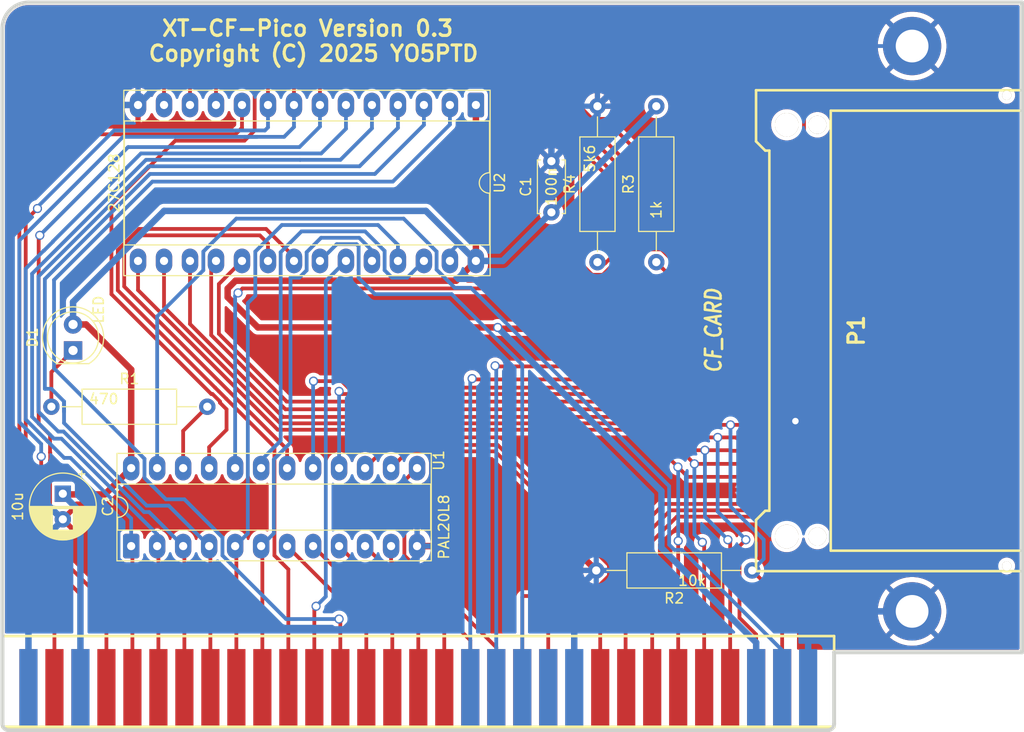
<source format=kicad_pcb>
(kicad_pcb (version 20241229) (generator "pcbnew") (generator_version "9.0")
  (title_block (date "6 apr 2013"))
  (layers (0 "F.Cu" signal "Front") (2 "B.Cu" signal "Back") (13 "F.Paste" user) (15 "B.Paste" user) (5 "F.SilkS" user "F.Silkscreen") (7 "B.SilkS" user "B.Silkscreen") (1 "F.Mask" user) (3 "B.Mask" user) (25 "Edge.Cuts" user))
  (net 0 "")
  (net 1 "/A0")
  (net 2 "/A1")
  (net 3 "/A10")
  (net 4 "/A11")
  (net 5 "/A12")
  (net 6 "/A13")
  (net 7 "/A14")
  (net 8 "/A15")
  (net 9 "/A16")
  (net 10 "/A17")
  (net 11 "/A18")
  (net 12 "/A19")
  (net 13 "/A2")
  (net 14 "/A3")
  (net 15 "/A4")
  (net 16 "/A5")
  (net 17 "/A6")
  (net 18 "/A7")
  (net 19 "/A8")
  (net 20 "/A9")
  (net 21 "/AEN")
  (net 22 "/CF_DMARQ")
  (net 23 "/CF_IORDY")
  (net 24 "/D0")
  (net 25 "/D1")
  (net 26 "/D2")
  (net 27 "/D3")
  (net 28 "/D4")
  (net 29 "/D5")
  (net 30 "/D6")
  (net 31 "/D7")
  (net 32 "/RESETDRV")
  (net 33 "/~{CF_CS0}")
  (net 34 "/~{CF_CS1}")
  (net 35 "/~{CF_DASP}")
  (net 36 "/~{CF_RESET}")
  (net 37 "/~{IOR}")
  (net 38 "/~{IOW}")
  (net 39 "/~{MEMR}")
  (net 40 "/~{MEMW}")
  (net 41 "/~{ROM_CS}")
  (net 42 "GND")
  (net 43 "Net-(D1-K)")
  (net 49 "VCC")
  (net 60 "/ROM_HI")
  (net 61 "Net-(U1-IO22)")
  (footprint "Package_DIP:CERDIP-24_W7.62mm_SideBrazed_LongPads_Socket" (layer "F.Cu") (at 114.18 116.62 90)
    (property "Reference" "U1")
    (property "Value" "PAL20L8")
  )
  (footprint "Capacitor_THT:C_Disc_D5.0mm_W2.5mm_P5.00mm" (layer "F.Cu") (at 155.25 84 90)
    (property "Reference" "C1")
    (property "Value" "100n")
  )
  (footprint "Conn_Bus_ISA8" (layer "F.Cu") (at 142.24 130.4925)
    (property "Reference" "BUS1" (hide yes))
    (property "Value" "BUSPC_DEV" (hide yes))
  )
  (footprint "Resistor_THT:R_Axial_DIN0309_L9.0mm_D3.2mm_P15.24mm_Horizontal" (layer "F.Cu") (at 106.38 103)
    (property "Reference" "R1")
    (property "Value" "470")
  )
  (footprint "Resistor_THT:R_Axial_DIN0309_L9.0mm_D3.2mm_P15.24mm_Horizontal" (layer "F.Cu") (at 165.5 88.87 90)
    (property "Reference" "R3")
    (property "Value" "1k")
  )
  (footprint "Resistor_THT:R_Axial_DIN0309_L9.0mm_D3.2mm_P15.24mm_Horizontal" (layer "F.Cu") (at 159.75 88.87 90)
    (property "Reference" "R4")
    (property "Value" "5k6")
  )
  (footprint "LED_THT:LED_D5.0mm" (layer "F.Cu") (at 108.5 97.5 90)
    (property "Reference" "D1")
    (property "Value" "LED")
  )
  (footprint "Package_DIP:DIP-28_W15.24mm_Socket_LongPads" (layer "F.Cu") (at 147.87 73.51 -90)
    (property "Reference" "U2")
    (property "Value" "27C128")
  )
  (footprint "CF_N7E50-Q516XX-40" (layer "F.Cu") (at 181.2488 95.5675 90)
    (property "Reference" "P1")
    (property "Value" "CF_CARD")
  )
  (footprint "Resistor_THT:R_Axial_DIN0309_L9.0mm_D3.2mm_P15.24mm_Horizontal" (layer "F.Cu") (at 174.87 119 180)
    (property "Reference" "R2")
    (property "Value" "10k")
  )
  (footprint "Capacitor_THT:CP_Radial_D6.3mm_P2.50mm" (layer "F.Cu") (at 107.5 111.5 -90)
    (property "Reference" "C2")
    (property "Value" "10u")
  )
  (footprint "MountingHole:MountingHole_3.2mm_M3_ISO7380_Pad" (layer "F.Cu") (at 190.5 123)
    (property "Reference" "H2" (hide yes))
    (property "Value" "MountingHole_Pad" (hide yes))
  )
  (footprint "MountingHole:MountingHole_3.2mm_M3_ISO7380_Pad" (layer "F.Cu") (at 190.5 67.75)
    (property "Reference" "H1" (hide yes))
    (property "Value" "MountingHole_Pad" (hide yes))
  )
  (gr_line (start 201.25 127) (end 182.88 127) (stroke (width 0.381)) (layer "Edge.Cuts"))
  (gr_arc (start 182.88 133.985) (mid 182.694013 134.434013) (end 182.245 134.62) (stroke (width 0.381)) (layer "Edge.Cuts"))
  (gr_line (start 104.14 63.5) (end 201.25 63.5) (stroke (width 0.381)) (layer "Edge.Cuts"))
  (gr_line (start 102.235 134.62) (end 182.245 134.62) (stroke (width 0.381)) (layer "Edge.Cuts"))
  (gr_line (start 101.6 133.985) (end 101.6 66.04) (stroke (width 0.381)) (layer "Edge.Cuts"))
  (gr_line (start 182.88 133.985) (end 182.88 127) (stroke (width 0.381)) (layer "Edge.Cuts"))
  (gr_arc (start 102.235 134.62) (mid 101.785987 134.434013) (end 101.6 133.985) (stroke (width 0.381)) (layer "Edge.Cuts"))
  (gr_arc (start 101.6 66.04) (mid 102.343949 64.243949) (end 104.14 63.5) (stroke (width 0.381)) (layer "Edge.Cuts"))
  (gr_line (start 201.25 127) (end 201.25 63.5) (stroke (width 0.381)) (layer "Edge.Cuts"))
  (gr_text "XT-CF-Pico Version 0.3 \nCopyright (C) 2025 YO5PTD" (at 132 67.25 0) (layer "F.SilkS") (effects (font (size 1.524 1.524) (thickness 0.3048))))
  (segment (start 125.01 75.74) (end 124.3733 76.3767) (width 0.3683) (layer "F.Cu") (net 1))
  (segment (start 125.01 73.51) (end 125.01 75.74) (width 0.3683) (layer "F.Cu") (net 1))
  (segment (start 104.14 119.64) (end 104.14 130.4925) (width 0.3683) (layer "F.Cu") (net 1))
  (segment (start 103.25 118.75) (end 104.14 119.64) (width 0.3683) (layer "F.Cu") (net 1))
  (segment (start 124.3733 76.3767) (end 110.6233 76.3767) (width 0.3683) (layer "F.Cu") (net 1))
  (segment (start 110.6233 76.3767) (end 103.25 83.75) (width 0.3683) (layer "F.Cu") (net 1))
  (segment (start 103.25 83.75) (end 103.25 118.75) (width 0.3683) (layer "F.Cu") (net 1))
  (segment (start 106.68 120.3067) (end 103.8733 117.5) (width 0.3683) (layer "F.Cu") (net 2))
  (segment (start 103.8733 117.5) (end 103.8733 84.778647) (width 0.3683) (layer "F.Cu") (net 2))
  (segment (start 106.68 130.4925) (end 106.68 120.3067) (width 0.3683) (layer "F.Cu") (net 2))
  (segment (start 168.1251 86.995) (end 175.49824 86.995) (width 0.3683) (layer "F.Cu") (net 2))
  (segment (start 127.55 73.51) (end 127.55 71.45) (width 0.3683) (layer "F.Cu") (net 2))
  (segment (start 128.75 70.25) (end 151.3801 70.25) (width 0.3683) (layer "F.Cu") (net 2))
  (segment (start 151.3801 70.25) (end 168.1251 86.995) (width 0.3683) (layer "F.Cu") (net 2))
  (segment (start 127.55 71.45) (end 128.75 70.25) (width 0.3683) (layer "F.Cu") (net 2))
  (segment (start 103.8733 84.778647) (end 105.02265 83.629297) (width 0.3683) (layer "F.Cu") (net 2))
  (via (at 105.02265 83.629297) (size 0.889) (drill 0.635) (layers "F.Cu" "B.Cu") (net 2))
  (segment (start 127.25 76) (end 127.55 75.7) (width 0.3683) (layer "B.Cu") (net 2))
  (segment (start 112.5 76) (end 127.25 76) (width 0.3683) (layer "B.Cu") (net 2))
  (segment (start 105.02265 83.629297) (end 105.02265 83.47735) (width 0.3683) (layer "B.Cu") (net 2))
  (segment (start 127.55 75.7) (end 127.55 73.51) (width 0.3683) (layer "B.Cu") (net 2))
  (segment (start 105.02265 83.47735) (end 112.5 76) (width 0.3683) (layer "B.Cu") (net 2))
  (segment (start 127.3667 85.6267) (end 114.939397 85.6267) (width 0.3683) (layer "F.Cu") (net 3))
  (segment (start 123.48245 102.228547) (end 122.756573 101.502671) (width 0.3683) (layer "F.Cu") (net 3))
  (segment (start 114.939397 85.6267) (end 112.875 87.691097) (width 0.3683) (layer "F.Cu") (net 3))
  (segment (start 112.875 91.625) (end 122.38755 101.13755) (width 0.3683) (layer "F.Cu") (net 3))
  (segment (start 122.756573 101.502671) (end 122.391452 101.13755) (width 0.3683) (layer "F.Cu") (net 3))
  (segment (start 130.09 88.75) (end 130.09 88.35) (width 0.3683) (layer "F.Cu") (net 3))
  (segment (start 128.18085 117.533273) (end 128.18085 106.93085) (width 0.3683) (layer "F.Cu") (net 3))
  (segment (start 128.18085 106.93085) (end 123.48245 102.23245) (width 0.3683) (layer "F.Cu") (net 3))
  (segment (start 122.38755 101.13755) (end 122.391452 101.13755) (width 0.3683) (layer "F.Cu") (net 3))
  (segment (start 130.09 88.35) (end 127.3667 85.6267) (width 0.3683) (layer "F.Cu") (net 3))
  (segment (start 122.391452 101.13755) (end 122.391453 101.13755) (width 0.3683) (layer "F.Cu") (net 3))
  (segment (start 123.48245 102.228548) (end 123.48245 102.228547) (width 0.3683) (layer "F.Cu") (net 3))
  (segment (start 112.875 87.691097) (end 112.875 91.625) (width 0.3683) (layer "F.Cu") (net 3))
  (segment (start 129.54 130.4925) (end 129.54 118.892423) (width 0.3683) (layer "F.Cu") (net 3))
  (segment (start 129.54 118.892423) (end 128.18085 117.533273) (width 0.3683) (layer "F.Cu") (net 3))
  (segment (start 123.48245 102.23245) (end 123.48245 102.228548) (width 0.3683) (layer "F.Cu") (net 3))
  (segment (start 132.08 122.67) (end 132.25 122.5) (width 0.3683) (layer "F.Cu") (net 4))
  (segment (start 132.08 130.4925) (end 132.08 122.67) (width 0.3683) (layer "F.Cu") (net 4))
  (via (at 132.25 122.5) (size 0.889) (drill 0.635) (layers "F.Cu" "B.Cu") (net 4))
  (segment (start 133.19915 90.72085) (end 135.17 88.75) (width 0.3683) (layer "B.Cu") (net 4))
  (segment (start 132.25 122.5) (end 133.19915 121.55085) (width 0.3683) (layer "B.Cu") (net 4))
  (segment (start 133.19915 121.55085) (end 133.19915 90.72085) (width 0.3683) (layer "B.Cu") (net 4))
  (segment (start 134.62 130.4925) (end 134.62 123.87) (width 0.3683) (layer "F.Cu") (net 5))
  (segment (start 134.62 123.87) (end 134.5 123.75) (width 0.3683) (layer "F.Cu") (net 5))
  (via (at 134.5 123.75) (size 0.889) (drill 0.635) (layers "F.Cu" "B.Cu") (net 5))
  (segment (start 123.10085 115.768427) (end 123.10085 117.533273) (width 0.3683) (layer "B.Cu") (net 5))
  (segment (start 106.640603 99.24648) (end 115.48085 108.086727) (width 0.3683) (layer "B.Cu") (net 5))
  (segment (start 123.10085 117.533273) (end 129.317577 123.75) (width 0.3683) (layer "B.Cu") (net 5))
  (segment (start 139.75 81) (end 116.25 81) (width 0.3683) (layer "B.Cu") (net 5))
  (segment (start 129.317577 123.75) (end 134.5 123.75) (width 0.3683) (layer "B.Cu") (net 5))
  (segment (start 117.567577 112.04585) (end 119.378273 112.04585) (width 0.3683) (layer "B.Cu") (net 5))
  (segment (start 115.48085 108.086727) (end 115.48085 109.959123) (width 0.3683) (layer "B.Cu") (net 5))
  (segment (start 106.640603 90.609397) (end 106.640603 99.24648) (width 0.3683) (layer "B.Cu") (net 5))
  (segment (start 115.48085 109.959123) (end 117.567577 112.04585) (width 0.3683) (layer "B.Cu") (net 5))
  (segment (start 116.25 81) (end 106.640603 90.609397) (width 0.3683) (layer "B.Cu") (net 5))
  (segment (start 119.378273 112.04585) (end 123.10085 115.768427) (width 0.3683) (layer "B.Cu") (net 5))
  (segment (start 145.33 73.51) (end 145.33 75.42) (width 0.3683) (layer "B.Cu") (net 5))
  (segment (start 145.33 75.42) (end 139.75 81) (width 0.3683) (layer "B.Cu") (net 5))
  (segment (start 137.16 124.36) (end 137.16 130.4925) (width 0.3683) (layer "F.Cu") (net 6))
  (segment (start 129.42 116.62) (end 137.16 124.36) (width 0.3683) (layer "F.Cu") (net 6))
  (segment (start 131.96 116.62) (end 139.7 124.36) (width 0.3683) (layer "F.Cu") (net 7))
  (segment (start 139.7 124.36) (end 139.7 130.4925) (width 0.3683) (layer "F.Cu") (net 7))
  (segment (start 142.24 124.36) (end 142.24 130.4925) (width 0.3683) (layer "F.Cu") (net 8))
  (segment (start 134.5 116.62) (end 142.24 124.36) (width 0.3683) (layer "F.Cu") (net 8))
  (segment (start 137.04 116.62) (end 144.78 124.36) (width 0.3683) (layer "F.Cu") (net 9))
  (segment (start 144.78 124.36) (end 144.78 130.4925) (width 0.3683) (layer "F.Cu") (net 9))
  (segment (start 147.32 125.82) (end 147.32 130.4925) (width 0.3683) (layer "F.Cu") (net 10))
  (segment (start 139.58 116.62) (end 139.58 118.08) (width 0.3683) (layer "F.Cu") (net 10))
  (segment (start 139.58 118.08) (end 147.32 125.82) (width 0.3683) (layer "F.Cu") (net 10))
  (segment (start 140.88085 117.533273) (end 149.86 126.512423) (width 0.3683) (layer "F.Cu") (net 11))
  (segment (start 140.88085 110.23915) (end 140.88085 117.533273) (width 0.3683) (layer "F.Cu") (net 11))
  (segment (start 142.12 109) (end 140.88085 110.23915) (width 0.3683) (layer "F.Cu") (net 11))
  (segment (start 149.86 126.512423) (end 149.86 130.4925) (width 0.3683) (layer "F.Cu") (net 11))
  (segment (start 152.4 121.6) (end 152.4 130.4925) (width 0.3683) (layer "F.Cu") (net 12))
  (segment (start 152.5 121.5) (end 152.4 121.6) (width 0.3683) (layer "F.Cu") (net 12))
  (segment (start 141.21915 107.36085) (end 149.743273 107.36085) (width 0.3683) (layer "F.Cu") (net 12))
  (segment (start 149.743273 107.36085) (end 160.86915 118.486727) (width 0.3683) (layer "F.Cu") (net 12))
  (segment (start 158.882423 121.5) (end 152.5 121.5) (width 0.3683) (layer "F.Cu") (net 12))
  (segment (start 160.86915 119.513273) (end 158.882423 121.5) (width 0.3683) (layer "F.Cu") (net 12))
  (segment (start 139.58 109) (end 141.21915 107.36085) (width 0.3683) (layer "F.Cu") (net 12))
  (segment (start 160.86915 118.486727) (end 160.86915 119.513273) (width 0.3683) (layer "F.Cu") (net 12))
  (segment (start 105.3866 107.8634) (end 105.3866 117.5) (width 0.3683) (layer "F.Cu") (net 13))
  (segment (start 168.51362 88.265) (end 151.12192 70.8733) (width 0.3683) (layer "F.Cu") (net 13))
  (segment (start 109.22 130.4925) (end 109.22 121.3334) (width 0.3683) (layer "F.Cu") (net 13))
  (segment (start 130.09 73.51) (end 130.09 70.8733) (width 0.3683) (layer "F.Cu") (net 13))
  (segment (start 175.49824 88.265) (end 168.51362 88.265) (width 0.3683) (layer "F.Cu") (net 13))
  (segment (start 151.12192 70.8733) (end 149.75 70.8733) (width 0.3683) (layer "F.Cu") (net 13))
  (segment (start 149.75 70.8733) (end 150.1233 70.8733) (width 0.3683) (layer "F.Cu") (net 13))
  (segment (start 109.22 121.3334) (end 105.3866 117.5) (width 0.3683) (layer "F.Cu") (net 13))
  (segment (start 130.09 70.8733) (end 149.75 70.8733) (width 0.3683) (layer "F.Cu") (net 13))
  (via (at 105.3866 107.8634) (size 0.889) (drill 0.635) (layers "F.Cu" "B.Cu") (net 13))
  (segment (start 129.1267 76.6233) (end 125.25 76.6233) (width 0.3683) (layer "B.Cu") (net 13))
  (segment (start 125.25 76.6233) (end 126.50818 76.6233) (width 0.3683) (layer "B.Cu") (net 13))
  (segment (start 105.3866 107.8634) (end 105.3866 106.6366) (width 0.3683) (layer "B.Cu") (net 13))
  (segment (start 103.25 104.5) (end 103.25 86.75) (width 0.3683) (layer "B.Cu") (net 13))
  (segment (start 105.3866 106.6366) (end 103.25 104.5) (width 0.3683) (layer "B.Cu") (net 13))
  (segment (start 130.09 75.66) (end 129.1267 76.6233) (width 0.3683) (layer "B.Cu") (net 13))
  (segment (start 113.3767 76.6233) (end 125.25 76.6233) (width 0.3683) (layer "B.Cu") (net 13))
  (segment (start 130.09 73.51) (end 130.09 75.66) (width 0.3683) (layer "B.Cu") (net 13))
  (segment (start 103.25 86.75) (end 113.3767 76.6233) (width 0.3683) (layer "B.Cu") (net 13))
  (segment (start 105.14085 86.35915) (end 105.25 86.25) (width 0.3683) (layer "F.Cu") (net 14))
  (segment (start 111.76 130.4925) (end 111.76 122.26) (width 0.3683) (layer "F.Cu") (net 14))
  (segment (start 132.63 73.51) (end 132.63 71.62) (width 0.3683) (layer "F.Cu") (net 14))
  (segment (start 166.005723 87.6233) (end 167.917423 89.535) (width 0.3683) (layer "F.Cu") (net 14))
  (segment (start 132.7534 71.4966) (end 150.86374 71.4966) (width 0.3683) (layer "F.Cu") (net 14))
  (segment (start 160.263273 90.10915) (end 162.749123 87.6233) (width 0.3683) (layer "F.Cu") (net 14))
  (segment (start 106.27025 108.22942) (end 106.27025 107.49738) (width 0.3683) (layer "F.Cu") (net 14))
  (segment (start 167.917423 89.535) (end 175.49824 89.535) (width 0.3683) (layer "F.Cu") (net 14))
  (segment (start 158.05857 88.930993) (end 159.236727 90.10915) (width 0.3683) (layer "F.Cu") (net 14))
  (segment (start 111.76 122.26) (end 106.25 116.75) (width 0.3683) (layer "F.Cu") (net 14))
  (segment (start 158.05857 78.69143) (end 158.05857 88.930993) (width 0.3683) (layer "F.Cu") (net 14))
  (segment (start 162.749123 87.6233) (end 166.005723 87.6233) (width 0.3683) (layer "F.Cu") (net 14))
  (segment (start 106.25 105.75) (end 105.14085 104.64085) (width 0.3683) (layer "F.Cu") (net 14))
  (segment (start 105.14085 104.64085) (end 105.14085 86.35915) (width 0.3683) (layer "F.Cu") (net 14))
  (segment (start 159.236727 90.10915) (end 160.263273 90.10915) (width 0.3683) (layer "F.Cu") (net 14))
  (segment (start 106.25 116.75) (end 106.25 108.24967) (width 0.3683) (layer "F.Cu") (net 14))
  (segment (start 132.63 71.62) (end 132.7534 71.4966) (width 0.3683) (layer "F.Cu") (net 14))
  (segment (start 106.25 108.24967) (end 106.27025 108.22942) (width 0.3683) (layer "F.Cu") (net 14))
  (segment (start 150.86374 71.4966) (end 158.05857 78.69143) (width 0.3683) (layer "F.Cu") (net 14))
  (segment (start 106.25 107.47713) (end 106.25 105.75) (width 0.3683) (layer "F.Cu") (net 14))
  (segment (start 106.27025 107.49738) (end 106.25 107.47713) (width 0.3683) (layer "F.Cu") (net 14))
  (via (at 105.25 86.25) (size 0.889) (drill 0.635) (layers "F.Cu" "B.Cu") (net 14))
  (segment (start 132.63 73.51) (end 132.63 75.62) (width 0.3683) (layer "B.Cu") (net 14))
  (segment (start 113.8767 77.6233) (end 105.25 86.25) (width 0.3683) (layer "B.Cu") (net 14))
  (segment (start 132.63 75.62) (end 130.6267 77.6233) (width 0.3683) (layer "B.Cu") (net 14))
  (segment (start 130.6267 77.6233) (end 113.8767 77.6233) (width 0.3683) (layer "B.Cu") (net 14))
  (segment (start 114.3 130.4925) (end 114.3 116.74) (width 0.3683) (layer "F.Cu") (net 15))
  (segment (start 114.3 116.74) (end 114.18 116.62) (width 0.3683) (layer "F.Cu") (net 15))
  (segment (start 106.0099 106.37842) (end 106.0099 106.378421) (width 0.3683) (layer "B.Cu") (net 15))
  (segment (start 135.17 75.83) (end 135.17 73.51) (width 0.3683) (layer "B.Cu") (net 15))
  (segment (start 114.18 116.62) (end 114.18 113.93) (width 0.3683) (layer "B.Cu") (net 15))
  (segment (start 108.25 108) (end 107.63148 108) (width 0.3683) (layer "B.Cu") (net 15))
  (segment (start 106.5296 86.8742) (end 106.5296 86.85188) (width 0.3683) (layer "B.Cu") (net 15))
  (segment (start 103.8733 89.50818) (end 105.62453 87.75695) (width 0.3683) (layer "B.Cu") (net 15))
  (segment (start 114.18 113.93) (end 108.25 108) (width 0.3683) (layer "B.Cu") (net 15))
  (segment (start 115.13488 78.2466) (end 132.7534 78.2466) (width 0.3683) (layer "B.Cu") (net 15))
  (segment (start 106.0099 106.37842) (end 105.644779 106.0133) (width 0.3683) (layer "B.Cu") (net 15))
  (segment (start 132.7534 78.2466) (end 135.17 75.83) (width 0.3683) (layer "B.Cu") (net 15))
  (segment (start 106.5296 86.85188) (end 115.13488 78.2466) (width 0.3683) (layer "B.Cu") (net 15))
  (segment (start 107.63148 108) (end 106.0099 106.37842) (width 0.3683) (layer "B.Cu") (net 15))
  (segment (start 105.64685 87.75695) (end 106.5296 86.8742) (width 0.3683) (layer "B.Cu") (net 15))
  (segment (start 105.644779 106.0133) (end 103.8733 104.24182) (width 0.3683) (layer "B.Cu") (net 15))
  (segment (start 103.8733 104.24182) (end 103.8733 89.50818) (width 0.3683) (layer "B.Cu") (net 15))
  (segment (start 105.62453 87.75695) (end 105.64685 87.75695) (width 0.3683) (layer "B.Cu") (net 15))
  (segment (start 116.84 116.74) (end 116.72 116.62) (width 0.3683) (layer "F.Cu") (net 16))
  (segment (start 116.72 116.62) (end 116.72 115.47) (width 0.3683) (layer "F.Cu") (net 16))
  (segment (start 116.84 130.4925) (end 116.84 116.74) (width 0.3683) (layer "F.Cu") (net 16))
  (segment (start 104.4966 90.0034) (end 104.4966 103.98364) (width 0.3683) (layer "B.Cu") (net 16))
  (segment (start 137.71 75.79) (end 134.6301 78.8699) (width 0.3683) (layer "B.Cu") (net 16))
  (segment (start 137.71 73.51) (end 137.71 75.79) (width 0.3683) (layer "B.Cu") (net 16))
  (segment (start 130.691579 78.8699) (end 115.6301 78.8699) (width 0.3683) (layer "B.Cu") (net 16))
  (segment (start 107.370241 106.120241) (end 116.72 115.47) (width 0.3683) (layer "B.Cu") (net 16))
  (segment (start 116.72 115.47) (end 116.72 116.62) (width 0.3683) (layer "B.Cu") (net 16))
  (segment (start 104.4966 103.98364) (end 106.6332 106.120241) (width 0.3683) (layer "B.Cu") (net 16))
  (segment (start 106.6332 106.120241) (end 107.370241 106.120241) (width 0.3683) (layer "B.Cu") (net 16))
  (segment (start 116.62 116.62) (end 116.72 116.62) (width 0.3683) (layer "B.Cu") (net 16))
  (segment (start 130.691579 78.8699) (end 130.69158 78.8699) (width 0.3683) (layer "B.Cu") (net 16))
  (segment (start 134.6301 78.8699) (end 130.691579 78.8699) (width 0.3683) (layer "B.Cu") (net 16))
  (segment (start 115.6301 78.8699) (end 104.4966 90.0034) (width 0.3683) (layer "B.Cu") (net 16))
  (segment (start 119.38 116.74) (end 119.26 116.62) (width 0.3683) (layer "F.Cu") (net 17))
  (segment (start 119.38 130.4925) (end 119.38 116.74) (width 0.3683) (layer "F.Cu") (net 17))
  (segment (start 105.1199 101.508179) (end 105.1199 90.26158) (width 0.3683) (layer "B.Cu") (net 17))
  (segment (start 105.866727 104.23915) (end 105.14085 103.513273) (width 0.3683) (layer "B.Cu") (net 17))
  (segment (start 107.573049 105.426951) (end 107.054528 105.426951) (width 0.3683) (layer "B.Cu") (net 17))
  (segment (start 115.88148 79.5) (end 136.5 79.5) (width 0.3683) (layer "B.Cu") (net 17))
  (segment (start 107.054528 105.426951) (end 105.1199 103.492323) (width 0.3683) (layer "B.Cu") (net 17))
  (segment (start 136.5 79.5) (end 140.25 75.75) (width 0.3683) (layer "B.Cu") (net 17))
  (segment (start 105.1199 90.26158) (end 115.88148 79.5) (width 0.3683) (layer "B.Cu") (net 17))
  (segment (start 115.93245 113.29245) (end 115.438547 113.29245) (width 0.3683) (layer "B.Cu") (net 17))
  (segment (start 119.26 116.62) (end 115.93245 113.29245) (width 0.3683) (layer "B.Cu") (net 17))
  (segment (start 115.438547 113.29245) (end 107.573049 105.426951) (width 0.3683) (layer "B.Cu") (net 17))
  (segment (start 105.1199 103.492323) (end 105.1199 101.508179) (width 0.3683) (layer "B.Cu") (net 17))
  (segment (start 105.1199 102.867477) (end 105.1199 101.508179) (width 0.3683) (layer "B.Cu") (net 17))
  (segment (start 140.25 75.75) (end 140.25 73.51) (width 0.3683) (layer "B.Cu") (net 17))
  (segment (start 121.92 116.74) (end 121.8 116.62) (width 0.3683) (layer "F.Cu") (net 18))
  (segment (start 121.92 130.4925) (end 121.92 116.74) (width 0.3683) (layer "F.Cu") (net 18))
  (segment (start 107.61915 104.591573) (end 107.61915 102.486727) (width 0.3683) (layer "B.Cu") (net 18))
  (segment (start 115.696727 112.66915) (end 107.61915 104.591573) (width 0.3683) (layer "B.Cu") (net 18))
  (segment (start 107.61915 103.513273) (end 107.61915 102.486727) (width 0.3683) (layer "B.Cu") (net 18))
  (segment (start 107.61915 102.486727) (end 106.382423 101.25) (width 0.3683) (layer "B.Cu") (net 18))
  (segment (start 117.84915 112.66915) (end 115.696727 112.66915) (width 0.3683) (layer "B.Cu") (net 18))
  (segment (start 105.7432 101.25) (end 105.7432 90.51976) (width 0.3683) (layer "B.Cu") (net 18))
  (segment (start 105.7432 90.51976) (end 116.01296 80.25) (width 0.3683) (layer "B.Cu") (net 18))
  (segment (start 142.79 75.46) (end 142.79 73.51) (width 0.3683) (layer "B.Cu") (net 18))
  (segment (start 106.382423 101.25) (end 105.7432 101.25) (width 0.3683) (layer "B.Cu") (net 18))
  (segment (start 121.8 116.62) (end 117.84915 112.66915) (width 0.3683) (layer "B.Cu") (net 18))
  (segment (start 138 80.25) (end 142.79 75.46) (width 0.3683) (layer "B.Cu") (net 18))
  (segment (start 116.01296 80.25) (end 138 80.25) (width 0.3683) (layer "B.Cu") (net 18))
  (segment (start 124.46 116.74) (end 124.34 116.62) (width 0.3683) (layer "F.Cu") (net 19))
  (segment (start 124.46 130.4925) (end 124.46 116.74) (width 0.3683) (layer "F.Cu") (net 19))
  (segment (start 126.31085 92.141573) (end 125.57915 92.873273) (width 0.3683) (layer "B.Cu") (net 19))
  (segment (start 140.25 87.1817) (end 138.30925 85.24095) (width 0.3683) (layer "B.Cu") (net 19))
  (segment (start 125.57915 92.873273) (end 125.57915 115.38085) (width 0.3683) (layer "B.Cu") (net 19))
  (segment (start 140.25 88.75) (end 140.25 87.1817) (width 0.3683) (layer "B.Cu") (net 19))
  (segment (start 138.30925 85.24095) (end 128.906627 85.24095) (width 0.3683) (layer "B.Cu") (net 19))
  (segment (start 128.906627 85.24095) (end 126.31085 87.836727) (width 0.3683) (layer "B.Cu") (net 19))
  (segment (start 126.31085 87.836727) (end 126.31085 92.141573) (width 0.3683) (layer "B.Cu") (net 19))
  (segment (start 125.57915 115.38085) (end 124.34 116.62) (width 0.3683) (layer "B.Cu") (net 19))
  (segment (start 127 116.74) (end 126.88 116.62) (width 0.3683) (layer "F.Cu") (net 20))
  (segment (start 127 130.4925) (end 127 116.74) (width 0.3683) (layer "F.Cu") (net 20))
  (segment (start 129.75 106.517577) (end 128.11915 108.148427) (width 0.3683) (layer "B.Cu") (net 20))
  (segment (start 131.32915 89.663274) (end 130.603273 90.38915) (width 0.3683) (layer "B.Cu") (net 20))
  (segment (start 131.32915 87.898427) (end 131.32915 89.663274) (width 0.3683) (layer "B.Cu") (net 20))
  (segment (start 137.71 87.731922) (end 136.465628 86.48755) (width 0.3683) (layer "B.Cu") (net 20))
  (segment (start 128.11915 108.148427) (end 128.11915 115.38085) (width 0.3683) (layer "B.Cu") (net 20))
  (segment (start 129.75 90.38915) (end 129.75 106.517577) (width 0.3683) (layer "B.Cu") (net 20))
  (segment (start 128.11915 115.38085) (end 126.88 116.62) (width 0.3683) (layer "B.Cu") (net 20))
  (segment (start 137.71 88.75) (end 137.71 87.731922) (width 0.3683) (layer "B.Cu") (net 20))
  (segment (start 130.603273 90.38915) (end 129.75 90.38915) (width 0.3683) (layer "B.Cu") (net 20))
  (segment (start 132.740027 86.48755) (end 131.32915 87.898427) (width 0.3683) (layer "B.Cu") (net 20))
  (segment (start 136.465628 86.48755) (end 132.740027 86.48755) (width 0.3683) (layer "B.Cu") (net 20))
  (segment (start 139.30245 106.73755) (end 150.001453 106.73755) (width 0.3683) (layer "F.Cu") (net 21))
  (segment (start 150.001453 106.73755) (end 161.49245 118.228548) (width 0.3683) (layer "F.Cu") (net 21))
  (segment (start 155 122.75) (end 155 123.5) (width 0.3683) (layer "F.Cu") (net 21))
  (segment (start 161.49245 118.228548) (end 161.49245 121.56005) (width 0.3683) (layer "F.Cu") (net 21))
  (segment (start 137.04 109) (end 139.30245 106.73755) (width 0.3683) (layer "F.Cu") (net 21))
  (segment (start 154.94 123.56) (end 154.94 130.4925) (width 0.3683) (layer "F.Cu") (net 21))
  (segment (start 160.3025 122.75) (end 155 122.75) (width 0.3683) (layer "F.Cu") (net 21))
  (segment (start 161.49245 121.56005) (end 160.3025 122.75) (width 0.3683) (layer "F.Cu") (net 21))
  (segment (start 155 123.5) (end 154.94 123.56) (width 0.3683) (layer "F.Cu") (net 21))
  (segment (start 173.31438 88.9) (end 175.49824 88.9) (width 0.3683) (layer "F.Cu") (net 22))
  (segment (start 159.88 89) (end 160.490943 89) (width 0.3683) (layer "F.Cu") (net 22))
  (segment (start 173.30903 88.90535) (end 173.31438 88.9) (width 0.3683) (layer "F.Cu") (net 22))
  (segment (start 173.30268 88.9117) (end 173.30903 88.90535) (width 0.3683) (layer "F.Cu") (net 22))
  (segment (start 166.629023 87.365121) (end 168.175603 88.9117) (width 0.3683) (layer "F.Cu") (net 22))
  (segment (start 159.75 88.87) (end 159.88 89) (width 0.3683) (layer "F.Cu") (net 22))
  (segment (start 162.490944 87) (end 163.007303 87) (width 0.3683) (layer "F.Cu") (net 22))
  (segment (start 168.175603 88.9117) (end 173.30268 88.9117) (width 0.3683) (layer "F.Cu") (net 22))
  (segment (start 166.263903 87) (end 166.629023 87.365121) (width 0.3683) (layer "F.Cu") (net 22))
  (segment (start 162.490944 87) (end 162.490943 87) (width 0.3683) (layer "F.Cu") (net 22))
  (segment (start 165.747543 87) (end 166.263902 87) (width 0.3683) (layer "F.Cu") (net 22))
  (segment (start 163.007303 87) (end 165.747543 87) (width 0.3683) (layer "F.Cu") (net 22))
  (segment (start 160.490943 89) (end 162.490944 87) (width 0.3683) (layer "F.Cu") (net 22))
  (segment (start 166.263903 87) (end 166.263902 87) (width 0.3683) (layer "F.Cu") (net 22))
  (segment (start 165.5 88.87) (end 166.8 90.17) (width 0.3683) (layer "F.Cu") (net 23))
  (segment (start 166.8 90.17) (end 175.49824 90.17) (width 0.3683) (layer "F.Cu") (net 23))
  (segment (start 152.6267 68.9966) (end 124.7534 68.9966) (width 0.3683) (layer "F.Cu") (net 24))
  (segment (start 175.49824 85.725) (end 170.34352 85.725) (width 0.3683) (layer "F.Cu") (net 24))
  (segment (start 163 115.75) (end 163 121.25) (width 0.3683) (layer "F.Cu") (net 24))
  (segment (start 124.7534 68.9966) (end 122.47 71.28) (width 0.3683) (layer "F.Cu") (net 24))
  (segment (start 152.6267 69.140602) (end 152.6267 68.9966) (width 0.3683) (layer "F.Cu") (net 24))
  (segment (start 175.49824 85.725) (end 177.725 85.725) (width 0.3683) (layer "F.Cu") (net 24))
  (segment (start 166.25 112.5) (end 163 115.75) (width 0.3683) (layer "F.Cu") (net 24))
  (segment (start 122.47 71.28) (end 122.47 73.51) (width 0.3683) (layer "F.Cu") (net 24))
  (segment (start 163 121.25) (end 160.02 124.23) (width 0.3683) (layer "F.Cu") (net 24))
  (segment (start 184.25 112.5) (end 166.25 112.5) (width 0.3683) (layer "F.Cu") (net 24))
  (segment (start 184.25 92.25) (end 184.25 112.5) (width 0.3683) (layer "F.Cu") (net 24))
  (segment (start 165.617577 82.13148) (end 152.6267 69.140602) (width 0.3683) (layer "F.Cu") (net 24))
  (segment (start 177.725 85.725) (end 184.25 92.25) (width 0.3683) (layer "F.Cu") (net 24))
  (segment (start 170.34352 85.725) (end 166.75 82.13148) (width 0.3683) (layer "F.Cu") (net 24))
  (segment (start 166.75 82.13148) (end 165.617577 82.13148) (width 0.3683) (layer "F.Cu") (net 24))
  (segment (start 160.02 124.23) (end 160.02 130.4925) (width 0.3683) (layer "F.Cu") (net 24))
  (segment (start 184.8733 112.241821) (end 184.8733 112.758179) (width 0.3683) (layer "F.Cu") (net 25))
  (segment (start 152.884879 68.3733) (end 122.8767 68.3733) (width 0.3683) (layer "F.Cu") (net 25))
  (segment (start 162.5 130.4325) (end 162.56 130.4925) (width 0.3683) (layer "F.Cu") (net 25))
  (segment (start 122.8767 68.3733) (end 119.93 71.32) (width 0.3683) (layer "F.Cu") (net 25))
  (segment (start 119.93 71.32) (end 119.93 73.51) (width 0.3683) (layer "F.Cu") (net 25))
  (segment (start 153.25 68.882423) (end 153.25 68.738421) (width 0.3683) (layer "F.Cu") (net 25))
  (segment (start 175.49824 84.455) (end 170.045 84.455) (width 0.3683) (layer "F.Cu") (net 25))
  (segment (start 175.49824 84.455) (end 177.6821 84.455) (width 0.3683) (layer "F.Cu") (net 25))
  (segment (start 184.8733 112.758179) (end 184.631479 113) (width 0.3683) (layer "F.Cu") (net 25))
  (segment (start 177.6821 84.455) (end 184.8733 91.6462) (width 0.3683) (layer "F.Cu") (net 25))
  (segment (start 160.45915 74.86915) (end 170.045 84.455) (width 0.3683) (layer "F.Cu") (net 25))
  (segment (start 184.8733 91.991821) (end 184.8733 92.50818) (width 0.3683) (layer "F.Cu") (net 25))
  (segment (start 184.508179 113.1233) (end 183.991821 113.1233) (width 0.3683) (layer "F.Cu") (net 25))
  (segment (start 163.75 122.25) (end 162.5 123.5) (width 0.3683) (layer "F.Cu") (net 25))
  (segment (start 159.236727 74.86915) (end 160.45915 74.86915) (width 0.3683) (layer "F.Cu") (net 25))
  (segment (start 184.8733 92.50818) (end 184.8733 112.241821) (width 0.3683) (layer "F.Cu") (net 25))
  (segment (start 163.75 116.25) (end 163.75 122.25) (width 0.3683) (layer "F.Cu") (net 25))
  (segment (start 184.8733 91.6462) (end 184.8733 91.991821) (width 0.3683) (layer "F.Cu") (net 25))
  (segment (start 183.991821 113.1233) (end 166.8767 113.1233) (width 0.3683) (layer "F.Cu") (net 25))
  (segment (start 153.25 68.738421) (end 152.884879 68.3733) (width 0.3683) (layer "F.Cu") (net 25))
  (segment (start 159.236727 74.86915) (end 153.25 68.882423) (width 0.3683) (layer "F.Cu") (net 25))
  (segment (start 184.631479 113) (end 184.508179 113.1233) (width 0.3683) (layer "F.Cu") (net 25))
  (segment (start 166.8767 113.1233) (end 163.75 116.25) (width 0.3683) (layer "F.Cu") (net 25))
  (segment (start 184.8733 91.991821) (end 184.8733 91.99182) (width 0.3683) (layer "F.Cu") (net 25))
  (segment (start 162.5 123.5) (end 162.5 130.4325) (width 0.3683) (layer "F.Cu") (net 25))
  (segment (start 185.4966 90.9995) (end 185.4966 113.016359) (width 0.3683) (layer "F.Cu") (net 26))
  (segment (start 167.5034 113.7466) (end 165.1 116.15) (width 0.3683) (layer "F.Cu") (net 26))
  (segment (start 117.39 71.61) (end 117.39 73.51) (width 0.3683) (layer "F.Cu") (net 26))
  (segment (start 177.6821 83.185) (end 185.4966 90.9995) (width 0.3683) (layer "F.Cu") (net 26))
  (segment (start 165.1 116.15) (end 165.1 130.4925) (width 0.3683) (layer "F.Cu") (net 26))
  (segment (start 175.49824 83.185) (end 177.6821 83.185) (width 0.3683) (layer "F.Cu") (net 26))
  (segment (start 176 67.75) (end 121.25 67.75) (width 0.3683) (layer "F.Cu") (net 26))
  (segment (start 177.6821 83.185) (end 179.93462 80.93248) (width 0.3683) (layer "F.Cu") (net 26))
  (segment (start 179.93462 71.68462) (end 176 67.75) (width 0.3683) (layer "F.Cu") (net 26))
  (segment (start 121.25 67.75) (end 117.39 71.61) (width 0.3683) (layer "F.Cu") (net 26))
  (segment (start 185.4966 113.016359) (end 184.766358 113.7466) (width 0.3683) (layer "F.Cu") (net 26))
  (segment (start 184.766358 113.7466) (end 167.5034 113.7466) (width 0.3683) (layer "F.Cu") (net 26))
  (segment (start 179.93462 80.93248) (end 179.93462 71.68462) (width 0.3683) (layer "F.Cu") (net 26))
  (segment (start 168.48704 109.76296) (end 167.61204 108.88796) (width 0.3683) (layer "F.Cu") (net 27))
  (segment (start 114.85 91.6) (end 114.85 88.75) (width 0.3683) (layer "F.Cu") (net 27))
  (segment (start 175.49824 109.855) (end 175.49289 109.84965) (width 0.3683) (layer "F.Cu") (net 27))
  (segment (start 167.61204 108.88796) (end 163.97408 105.25) (width 0.3683) (layer "F.Cu") (net 27))
  (segment (start 128.5 105.25) (end 114.85 91.6) (width 0.3683) (layer "F.Cu") (net 27))
  (segment (start 175.49824 109.855) (end 168.57908 109.855) (width 0.3683) (layer "F.Cu") (net 27))
  (segment (start 163.97408 105.25) (end 128.5 105.25) (width 0.3683) (layer "F.Cu") (net 27))
  (segment (start 167.64 130.4925) (end 167.64 116.11) (width 0.3683) (layer "F.Cu") (net 27))
  (segment (start 168.57908 109.855) (end 168.48704 109.76296) (width 0.3683) (layer "F.Cu") (net 27))
  (via (at 167.64 116.11) (size 0.889) (drill 0.635) (layers "F.Cu" "B.Cu") (net 27))
  (via (at 167.61204 108.88796) (size 0.889) (drill 0.635) (layers "F.Cu" "B.Cu") (net 27))
  (segment (start 167.64 116.11) (end 167.64 108.91592) (width 0.3683) (layer "B.Cu") (net 27))
  (segment (start 167.64 108.91592) (end 167.61204 108.88796) (width 0.3683) (layer "B.Cu") (net 27))
  (segment (start 167.283179 106.6449) (end 166.25046 106.6449) (width 0.3683) (layer "F.Cu") (net 28))
  (segment (start 128.75478 104.6233) (end 117.39 93.25852) (width 0.3683) (layer "F.Cu") (net 28))
  (segment (start 169.223279 108.585) (end 167.283179 106.6449) (width 0.3683) (layer "F.Cu") (net 28))
  (segment (start 117.39 93.25852) (end 117.39 88.75) (width 0.3683) (layer "F.Cu") (net 28))
  (segment (start 175.49824 108.585) (end 169.223279 108.585) (width 0.3683) (layer "F.Cu") (net 28))
  (segment (start 164.23226 104.6267) (end 164.22886 104.6233) (width 0.3683) (layer "F.Cu") (net 28))
  (segment (start 170.18 116.43) (end 170 116.25) (width 0.3683) (layer "F.Cu") (net 28))
  (segment (start 166.25046 106.6449) (end 164.23226 104.6267) (width 0.3683) (layer "F.Cu") (net 28))
  (segment (start 170.18 130.4925) (end 170.18 116.43) (width 0.3683) (layer "F.Cu") (net 28))
  (segment (start 175.49824 108.585) (end 175.49289 108.57965) (width 0.3683) (layer "F.Cu") (net 28))
  (segment (start 164.22886 104.6233) (end 128.75478 104.6233) (width 0.3683) (layer "F.Cu") (net 28))
  (via (at 170 116.25) (size 0.889) (drill 0.635) (layers "F.Cu" "B.Cu") (net 28))
  (via (at 169.223279 108.585) (size 0.889) (drill 0.635) (layers "F.Cu" "B.Cu") (net 28))
  (segment (start 169.223279 108.585) (end 169.223279 115.473279) (width 0.3683) (layer "B.Cu") (net 28))
  (segment (start 169.223279 115.473279) (end 170 116.25) (width 0.3683) (layer "B.Cu") (net 28))
  (segment (start 167.025 106.0216) (end 167.025001 106.0216) (width 0.3683) (layer "F.Cu") (net 29))
  (segment (start 164.48704 104) (end 164.487039 104) (width 0.3683) (layer "F.Cu") (net 29))
  (segment (start 172.72 116.22) (end 172.5 116) (width 0.3683) (layer "F.Cu") (net 29))
  (segment (start 175.49289 107.30965) (end 172.74538 107.30965) (width 0.3683) (layer "F.Cu") (net 29))
  (segment (start 170.25 107.25) (end 168.769759 107.25) (width 0.3683) (layer "F.Cu") (net 29))
  (segment (start 164.487039 104) (end 163.97068 104) (width 0.3683) (layer "F.Cu") (net 29))
  (segment (start 119.93 94.91704) (end 119.93 88.75) (width 0.3683) (layer "F.Cu") (net 29))
  (segment (start 172.74538 107.30965) (end 172.68573 107.25) (width 0.3683) (layer "F.Cu") (net 29))
  (segment (start 172.68573 107.25) (end 170.25 107.25) (width 0.3683) (layer "F.Cu") (net 29))
  (segment (start 129.01296 104) (end 119.93 94.91704) (width 0.3683) (layer "F.Cu") (net 29))
  (segment (start 167.541359 106.0216) (end 167.025 106.0216) (width 0.3683) (layer "F.Cu") (net 29))
  (segment (start 168.769759 107.25) (end 167.541359 106.0216) (width 0.3683) (layer "F.Cu") (net 29))
  (segment (start 163.97068 104) (end 129.01296 104) (width 0.3683) (layer "F.Cu") (net 29))
  (segment (start 164.85556 104.36852) (end 164.49044 104.0034) (width 0.3683) (layer "F.Cu") (net 29))
  (segment (start 167.025 106.0216) (end 166.50864 106.0216) (width 0.3683) (layer "F.Cu") (net 29))
  (segment (start 175.49824 107.315) (end 175.49289 107.30965) (width 0.3683) (layer "F.Cu") (net 29))
  (segment (start 172.72 130.4925) (end 172.72 116.22) (width 0.3683) (layer "F.Cu") (net 29))
  (segment (start 166.50864 106.0216) (end 164.85556 104.36852) (width 0.3683) (layer "F.Cu") (net 29))
  (segment (start 164.49044 104.0034) (end 164.48704 104) (width 0.3683) (layer "F.Cu") (net 29))
  (via (at 170.25 107.25) (size 0.889) (drill 0.635) (layers "F.Cu" "B.Cu") (net 29))
  (via (at 172.5 116) (size 0.889) (drill 0.635) (layers "F.Cu" "B.Cu") (net 29))
  (segment (start 172.5 116) (end 170.25 113.75) (width 0.3683) (layer "B.Cu") (net 29))
  (segment (start 170.25 113.75) (end 170.25 107.25) (width 0.3683) (layer "B.Cu") (net 29))
  (segment (start 166.76682 105.3983) (end 164.61852 103.25) (width 0.3683) (layer "F.Cu") (net 30))
  (segment (start 166.76682 105.398299) (end 166.76682 105.3983) (width 0.3683) (layer "F.Cu") (net 30))
  (segment (start 175.26 125.26) (end 173.63085 123.63085) (width 0.3683) (layer "F.Cu") (net 30))
  (segment (start 173.63085 123.63085) (end 173.63085 116.61915) (width 0.3683) (layer "F.Cu") (net 30))
  (segment (start 173.63085 116.61915) (end 174.25 116) (width 0.3683) (layer "F.Cu") (net 30))
  (segment (start 175.26 130.4925) (end 175.26 125.26) (width 0.3683) (layer "F.Cu") (net 30))
  (segment (start 168.401239 106) (end 167.799539 105.3983) (width 0.3683) (layer "F.Cu") (net 30))
  (segment (start 175.49824 106.045) (end 175.49289 106.03965) (width 0.3683) (layer "F.Cu") (net 30))
  (segment (start 171.5 106) (end 168.401239 106) (width 0.3683) (layer "F.Cu") (net 30))
  (segment (start 122 96) (end 122 89.22) (width 0.3683) (layer "F.Cu") (net 30))
  (segment (start 175.49289 106.03965) (end 173.30903 106.03965) (width 0.3683) (layer "F.Cu") (net 30))
  (segment (start 164.61852 103.25) (end 129.25 103.25) (width 0.3683) (layer "F.Cu") (net 30))
  (segment (start 173.30903 106) (end 171.5 106) (width 0.3683) (layer "F.Cu") (net 30))
  (segment (start 129.25 103.25) (end 122 96) (width 0.3683) (layer "F.Cu") (net 30))
  (segment (start 167.799539 105.3983) (end 166.76682 105.398299) (width 0.3683) (layer "F.Cu") (net 30))
  (segment (start 122 89.22) (end 122.47 88.75) (width 0.3683) (layer "F.Cu") (net 30))
  (segment (start 173.30903 106.03965) (end 173.30903 106) (width 0.3683) (layer "F.Cu") (net 30))
  (via (at 171.5 106) (size 0.889) (drill 0.635) (layers "F.Cu" "B.Cu") (net 30))
  (via (at 174.25 116) (size 0.889) (drill 0.635) (layers "F.Cu" "B.Cu") (net 30))
  (segment (start 171.5 106) (end 171.5 113.25) (width 0.3683) (layer "B.Cu") (net 30))
  (segment (start 171.5 113.25) (end 174.25 116) (width 0.3683) (layer "B.Cu") (net 30))
  (segment (start 122.75 91.01) (end 122.75 95.86852) (width 0.3683) (layer "F.Cu") (net 31))
  (segment (start 129.38148 102.5) (end 164.75 102.5) (width 0.3683) (layer "F.Cu") (net 31))
  (segment (start 168.057718 104.775) (end 172.75 104.775) (width 0.3683) (layer "F.Cu") (net 31))
  (segment (start 167.024999 104.774999) (end 168.057718 104.775) (width 0.3683) (layer "F.Cu") (net 31))
  (segment (start 164.75 102.5) (end 165.24182 102.991821) (width 0.3683) (layer "F.Cu") (net 31))
  (segment (start 172.75 104.775) (end 175.49824 104.775) (width 0.3683) (layer "F.Cu") (net 31))
  (segment (start 177.8 130.4925) (end 177.8 121.93) (width 0.3683) (layer "F.Cu") (net 31))
  (segment (start 125.01 88.75) (end 122.75 91.01) (width 0.3683) (layer "F.Cu") (net 31))
  (segment (start 122.75 95.86852) (end 129.38148 102.5) (width 0.3683) (layer "F.Cu") (net 31))
  (segment (start 165.24182 102.991821) (end 167.024999 104.774999) (width 0.3683) (layer "F.Cu") (net 31))
  (segment (start 177.8 121.93) (end 174.87 119) (width 0.3683) (layer "F.Cu") (net 31))
  (via (at 172.75 104.775) (size 0.889) (drill 0.635) (layers "F.Cu" "B.Cu") (net 31))
  (segment (start 176 116) (end 176 117.87) (width 0.3683) (layer "B.Cu") (net 31))
  (segment (start 172.75 104.775) (end 172.75 112.75) (width 0.3683) (layer "B.Cu") (net 31))
  (segment (start 172.75 112.75) (end 176 116) (width 0.3683) (layer "B.Cu") (net 31))
  (segment (start 176 117.87) (end 174.87 119) (width 0.3683) (layer "B.Cu") (net 31))
  (segment (start 116.72 109) (end 116.72 94.174123) (width 0.3683) (layer "B.Cu") (net 32))
  (segment (start 121.23085 87.836727) (end 124.449927 84.61765) (width 0.3683) (layer "B.Cu") (net 32))
  (segment (start 124.449927 84.61765) (end 140.810073 84.61765) (width 0.3683) (layer "B.Cu") (net 32))
  (segment (start 140.810073 84.61765) (end 144.02915 87.836727) (width 0.3683) (layer "B.Cu") (net 32))
  (segment (start 147.3767 91.3767) (end 166.75635 110.75635) (width 0.3683) (layer "B.Cu") (net 32))
  (segment (start 167.99365 116.99365) (end 177.8 126.8) (width 0.3683) (layer "B.Cu") (net 32))
  (segment (start 121.23085 89.663273) (end 121.23085 87.836727) (width 0.3683) (layer "B.Cu") (net 32))
  (segment (start 144.02915 87.836727) (end 144.02915 89.601573) (width 0.3683) (layer "B.Cu") (net 32))
  (segment (start 116.72 94.174123) (end 121.23085 89.663273) (width 0.3683) (layer "B.Cu") (net 32))
  (segment (start 177.8 126.8) (end 177.8 130.4925) (width 0.3683) (layer "B.Cu") (net 32))
  (segment (start 144.02915 89.601573) (end 145.804277 91.3767) (width 0.3683) (layer "B.Cu") (net 32))
  (segment (start 166.75635 116.47602) (end 167.27398 116.99365) (width 0.3683) (layer "B.Cu") (net 32))
  (segment (start 145.804277 91.3767) (end 147.3767 91.3767) (width 0.3683) (layer "B.Cu") (net 32))
  (segment (start 166.75635 110.75635) (end 166.75635 116.47602) (width 0.3683) (layer "B.Cu") (net 32))
  (segment (start 167.27398 116.99365) (end 167.99365 116.99365) (width 0.3683) (layer "B.Cu") (net 32))
  (segment (start 175.49824 103.505) (end 166.63648 103.505) (width 0.3683) (layer "F.Cu") (net 33))
  (segment (start 166.63648 103.505) (end 164.88843 101.75695) (width 0.3683) (layer "F.Cu") (net 33))
  (segment (start 164.88843 101.75695) (end 134.75695 101.75695) (width 0.3683) (layer "F.Cu") (net 33))
  (segment (start 134.75695 101.75695) (end 134.5 101.5) (width 0.3683) (layer "F.Cu") (net 33))
  (via (at 134.5 101.5) (size 0.889) (drill 0.635) (layers "F.Cu" "B.Cu") (net 33))
  (segment (start 134.5 109) (end 134.5 101.75) (width 0.3683) (layer "B.Cu") (net 33))
  (segment (start 134.5 101.75) (end 134.5 101.5) (width 0.3683) (layer "B.Cu") (net 33))
  (segment (start 134.74967 100.5) (end 132 100.5) (width 0.3683) (layer "F.Cu") (net 34))
  (segment (start 173.31438 102.87) (end 171.57803 101.13365) (width 0.3683) (layer "F.Cu") (net 34))
  (segment (start 171.57803 101.13365) (end 135.38332 101.13365) (width 0.3683) (layer "F.Cu") (net 34))
  (segment (start 135.38332 101.13365) (end 134.74967 100.5) (width 0.3683) (layer "F.Cu") (net 34))
  (segment (start 175.49824 102.87) (end 173.31438 102.87) (width 0.3683) (layer "F.Cu") (net 34))
  (via (at 132 100.5) (size 0.889) (drill 0.635) (layers "F.Cu" "B.Cu") (net 34))
  (segment (start 132 100.5) (end 131.96 100.54) (width 0.3683) (layer "B.Cu") (net 34))
  (segment (start 131.96 109) (end 131.96 100.54) (width 0.3683) (layer "B.Cu") (net 34))
  (segment (start 122.85915 102.60915) (end 123.5 103.25) (width 0.3683) (layer "F.Cu") (net 35))
  (segment (start 175.49824 86.36) (end 175.49289 86.35465) (width 0.3683) (layer "F.Cu") (net 35))
  (segment (start 126.25 71.7466) (end 126.25 76) (width 0.3683) (layer "F.Cu") (net 35))
  (segment (start 122.85915 102.486727) (end 122.85915 102.60915) (width 0.3683) (layer "F.Cu") (net 35))
  (segment (start 152.0034 69.6199) (end 128.3767 69.6199) (width 0.3683) (layer "F.Cu") (net 35))
  (segment (start 173.30903 86.35465) (end 173.30903 86.3483) (width 0.3683) (layer "F.Cu") (net 35))
  (segment (start 126.25 76) (end 125.25 77) (width 0.3683) (layer "F.Cu") (net 35))
  (segment (start 112.2517 83.23534) (end 112.2517 92.0017) (width 0.3683) (layer "F.Cu") (net 35))
  (segment (start 121.8 106.95) (end 121.8 109) (width 0.3683) (layer "F.Cu") (net 35))
  (segment (start 125.25 77) (end 118.48704 77) (width 0.3683) (layer "F.Cu") (net 35))
  (segment (start 173.30903 86.3483) (end 168.7318 86.3483) (width 0.3683) (layer "F.Cu") (net 35))
  (segment (start 122.01085 101.76085) (end 122.133273 101.76085) (width 0.3683) (layer "F.Cu") (net 35))
  (segment (start 168.7318 86.3483) (end 152.0034 69.6199) (width 0.3683) (layer "F.Cu") (net 35))
  (segment (start 122.133273 101.76085) (end 122.85915 102.486727) (width 0.3683) (layer "F.Cu") (net 35))
  (segment (start 118.48704 77) (end 112.2517 83.23534) (width 0.3683) (layer "F.Cu") (net 35))
  (segment (start 112.2517 92.0017) (end 122.01085 101.76085) (width 0.3683) (layer "F.Cu") (net 35))
  (segment (start 128.3767 69.6199) (end 126.25 71.7466) (width 0.3683) (layer "F.Cu") (net 35))
  (segment (start 123.5 103.25) (end 123.5 105.25) (width 0.3683) (layer "F.Cu") (net 35))
  (segment (start 123.5 105.25) (end 121.8 106.95) (width 0.3683) (layer "F.Cu") (net 35))
  (segment (start 175.49289 86.35465) (end 173.30903 86.35465) (width 0.3683) (layer "F.Cu") (net 35))
  (segment (start 124.625 91.875) (end 125.06 91.44) (width 0.3683) (layer "F.Cu") (net 36))
  (segment (start 125.06 91.44) (end 175.49824 91.44) (width 0.3683) (layer "F.Cu") (net 36))
  (via (at 124.625 91.875) (size 0.889) (drill 0.635) (layers "F.Cu" "B.Cu") (net 36))
  (segment (start 124.625 91.875) (end 124.34 92.16) (width 0.3683) (layer "B.Cu") (net 36))
  (segment (start 124.34 92.16) (end 124.34 109) (width 0.3683) (layer "B.Cu") (net 36))
  (segment (start 147.58 100.33) (end 147.5 100.25) (width 0.3683) (layer "F.Cu") (net 37))
  (segment (start 175.49824 100.33) (end 147.58 100.33) (width 0.3683) (layer "F.Cu") (net 37))
  (via (at 147.5 100.25) (size 0.889) (drill 0.635) (layers "F.Cu" "B.Cu") (net 37))
  (segment (start 147.32 100.43) (end 147.5 100.25) (width 0.3683) (layer "B.Cu") (net 37))
  (segment (start 147.32 130.4925) (end 147.32 100.43) (width 0.3683) (layer "B.Cu") (net 37))
  (segment (start 149.81 99.06) (end 149.75 99) (width 0.3683) (layer "F.Cu") (net 38))
  (segment (start 175.49824 99.06) (end 149.81 99.06) (width 0.3683) (layer "F.Cu") (net 38))
  (via (at 149.75 99) (size 0.889) (drill 0.635) (layers "F.Cu" "B.Cu") (net 38))
  (segment (start 149.86 130.4925) (end 149.86 99.11) (width 0.3683) (layer "B.Cu") (net 38))
  (segment (start 149.86 99.11) (end 149.75 99) (width 0.3683) (layer "B.Cu") (net 38))
  (segment (start 136.40915 87.312551) (end 136.40915 89.65915) (width 0.3683) (layer "B.Cu") (net 39))
  (segment (start 132.63 88.75) (end 134.26915 87.11085) (width 0.3683) (layer "B.Cu") (net 39))
  (segment (start 136.207449 87.11085) (end 136.40915 87.312551) (width 0.3683) (layer "B.Cu") (net 39))
  (segment (start 152.4 98.9) (end 145.5 92) (width 0.3683) (layer "B.Cu") (net 39))
  (segment (start 145.5 92) (end 138 92) (width 0.3683) (layer "B.Cu") (net 39))
  (segment (start 136.40915 89.65915) (end 136.40915 89.663273) (width 0.3683) (layer "B.Cu") (net 39))
  (segment (start 152.4 130.4925) (end 152.4 98.9) (width 0.3683) (layer "B.Cu") (net 39))
  (segment (start 134.26915 87.11085) (end 136.207449 87.11085) (width 0.3683) (layer "B.Cu") (net 39))
  (segment (start 136.40915 90.40915) (end 136.40915 89.65915) (width 0.3683) (layer "B.Cu") (net 39))
  (segment (start 138 92) (end 136.40915 90.40915) (width 0.3683) (layer "B.Cu") (net 39))
  (segment (start 127.55 88.75) (end 127.55 87.05) (width 0.3683) (layer "F.Cu") (net 41))
  (segment (start 129.42 107.17) (end 129.42 109) (width 0.3683) (layer "F.Cu") (net 41))
  (segment (start 127.55 87.05) (end 126.75 86.25) (width 0.3683) (layer "F.Cu") (net 41))
  (segment (start 113.5 91.25) (end 129.42 107.17) (width 0.3683) (layer "F.Cu") (net 41))
  (segment (start 126.75 86.25) (end 115.197577 86.25) (width 0.3683) (layer "F.Cu") (net 41))
  (segment (start 113.5 87.947577) (end 113.5 91.25) (width 0.3683) (layer "F.Cu") (net 41))
  (segment (start 115.197577 86.25) (end 113.5 87.947577) (width 0.3683) (layer "F.Cu") (net 41))
  (segment (start 175.49824 90.805) (end 177.6821 90.805) (width 0.3683) (layer "F.Cu") (net 42))
  (segment (start 179.095393 109.711707) (end 179.095393 104.404607) (width 0.3683) (layer "F.Cu") (net 42))
  (segment (start 171.5117 98.425) (end 171.5 98.4367) (width 0.3683) (layer "F.Cu") (net 42))
  (segment (start 179.095393 100.75) (end 179.095393 102) (width 0.63246) (layer "F.Cu") (net 42))
  (segment (start 179.095393 102) (end 179.095393 104.404607) (width 0.63246) (layer "F.Cu") (net 42))
  (segment (start 179.095393 93.75) (end 179.095393 94.75) (width 0.3683) (layer "F.Cu") (net 42))
  (segment (start 173.5 70.25) (end 175.5 72.25) (width 0.63246) (layer "F.Cu") (net 42))
  (segment (start 178.9521 93.345) (end 179.095393 93.488293) (width 0.3683) (layer "F.Cu") (net 42))
  (segment (start 179.095393 99.75) (end 179.095393 100.75) (width 0.63246) (layer "F.Cu") (net 42))
  (segment (start 179.095393 97.25) (end 179.095393 98.25) (width 0.63246) (layer "F.Cu") (net 42))
  (segment (start 159.75 73.63) (end 163.13 70.25) (width 0.63246) (layer "F.Cu") (net 42))
  (segment (start 175.49824 72.25176) (end 175.49824 79.88327) (width 0.63246) (layer "F.Cu") (net 42))
  (segment (start 179.095393 93.488293) (end 179.095393 93.75) (width 0.3683) (layer "F.Cu") (net 42))
  (segment (start 179.095393 94.75) (end 179.095393 96.017593) (width 0.3683) (layer "F.Cu") (net 42))
  (segment (start 175.49824 93.98) (end 178.865393 93.98) (width 0.3683) (layer "F.Cu") (net 42))
  (segment (start 179.095393 92.218293) (end 179.095393 93.488293) (width 0.3683) (layer "F.Cu") (net 42))
  (segment (start 175.49824 93.345) (end 178.9521 93.345) (width 0.3683) (layer "F.Cu") (net 42))
  (segment (start 179.095393 96.017593) (end 179.095393 97.25) (width 0.63246) (layer "F.Cu") (net 42))
  (segment (start 175.49824 94.615) (end 178.960393 94.615) (width 0.3683) (layer "F.Cu") (net 42))
  (segment (start 175.5 72.25) (end 175.49824 72.25176) (width 0.63246) (layer "F.Cu") (net 42))
  (segment (start 175.49824 102.235) (end 178.860393 102.235) (width 0.3683) (layer "F.Cu") (net 42))
  (segment (start 175.49824 100.965) (end 178.880393 100.965) (width 0.3683) (layer "F.Cu") (net 42))
  (segment (start 178.865393 93.98) (end 179.095393 93.75) (width 0.3683) (layer "F.Cu") (net 42))
  (segment (start 163.13 70.25) (end 173.5 70.25) (width 0.63246) (layer "F.Cu") (net 42))
  (segment (start 175.49824 98.425) (end 178.920393 98.425) (width 0.3683) (layer "F.Cu") (net 42))
  (segment (start 177.6821 92.075) (end 179.095393 93.488293) (width 0.3683) (layer "F.Cu") (net 42))
  (segment (start 175.49824 111.125) (end 172.125 111.125) (width 0.3683) (layer "F.Cu") (net 42))
  (segment (start 177.6821 111.125) (end 179.095393 109.711707) (width 0.3683) (layer "F.Cu") (net 42))
  (segment (start 175.49824 99.695) (end 179.040393 99.695) (width 0.3683) (layer "F.Cu") (net 42))
  (segment (start 175.49824 93.345) (end 172.405 93.345) (width 0.3683) (layer "F.Cu") (net 42))
  (segment (start 179.095393 98.25) (end 179.095393 99.75) (width 0.63246) (layer "F.Cu") (net 42))
  (segment (start 175.49824 92.075) (end 177.6821 92.075) (width 0.3683) (layer "F.Cu") (net 42))
  (segment (start 178.860393 102.235) (end 179.095393 102) (width 0.3683) (layer "F.Cu") (net 42))
  (segment (start 178.880393 100.965) (end 179.095393 100.75) (width 0.3683) (layer "F.Cu") (net 42))
  (segment (start 175.49824 97.155) (end 179.000393 97.155) (width 0.3683) (layer "F.Cu") (net 42))
  (segment (start 178.960393 94.615) (end 179.095393 94.75) (width 0.3683) (layer "F.Cu") (net 42))
  (segment (start 172.125 111.125) (end 172 111.25) (width 0.3683) (layer "F.Cu") (net 42))
  (segment (start 177.6821 90.805) (end 179.095393 92.218293) (width 0.3683) (layer "F.Cu") (net 42))
  (segment (start 179.040393 99.695) (end 179.095393 99.75) (width 0.3683) (layer "F.Cu") (net 42))
  (segment (start 175.49824 111.125) (end 177.6821 111.125) (width 0.3683) (layer "F.Cu") (net 42))
  (segment (start 175.49824 98.425) (end 171.5117 98.425) (width 0.3683) (layer "F.Cu") (net 42))
  (segment (start 157.25 116.62) (end 159.63 119) (width 0.63246) (layer "F.Cu") (net 42))
  (segment (start 179.000393 97.155) (end 179.095393 97.25) (width 0.3683) (layer "F.Cu") (net 42))
  (segment (start 142.12 116.62) (end 157.25 116.62) (width 0.63246) (layer "F.Cu") (net 42))
  (segment (start 178.920393 98.425) (end 179.095393 98.25) (width 0.3683) (layer "F.Cu") (net 42))
  (via (at 179.095393 104.404607) (size 0.889) (drill 0.635) (layers "F.Cu" "B.Cu") (net 42))
  (segment (start 107.5 114.0676) (end 102.49462 109.06222) (width 0.63246) (layer "B.Cu") (net 42))
  (segment (start 102.49462 84.43292) (end 113.41754 73.51) (width 0.63246) (layer "B.Cu") (net 42))
  (segment (start 117.61 70.75) (end 152.25 70.75) (width 0.63246) (layer "B.Cu") (net 42))
  (segment (start 167 72.75) (end 167 85) (width 0.63246) (layer "B.Cu") (net 42))
  (segment (start 155.25 79) (end 159.75 74.5) (width 0.63246) (layer "B.Cu") (net 42))
  (segment (start 167 85) (end 163.345393 88.654607) (width 0.63246) (layer "B.Cu") (net 42))
  (segment (start 112.80877 117.917092) (end 119.657408 124.76573) (width 0.63246) (layer "B.Cu") (net 42))
  (segment (start 179.095393 104.404607) (end 163.345393 88.654607) (width 0.63246) (layer "B.Cu") (net 42))
  (segment (start 119.657408 124.76573) (end 135.00673 124.76573) (width 0.63246) (layer "B.Cu") (net 42))
  (segment (start 180.34 130.4925) (end 180.34 125.16) (width 0.63246) (layer "B.Cu") (net 42))
  (segment (start 159.75 74.5) (end 159.75 73.63) (width 0.63246) (layer "B.Cu") (net 42))
  (segment (start 166.5 72.25) (end 167 72.75) (width 0.63246) (layer "B.Cu") (net 42))
  (segment (start 180.34 125.16) (end 182.69506 122.80494) (width 0.63246) (layer "B.Cu") (net 42))
  (segment (start 135.00673 124.76573) (end 142.12 117.65246) (width 0.63246) (layer "B.Cu") (net 42))
  (segment (start 190.5 67.75) (end 160.75 67.75) (width 0.3683) (layer "B.Cu") (net 42))
  (segment (start 102.49462 109.06222) (end 102.49462 84.43292) (width 0.63246) (layer "B.Cu") (net 42))
  (segment (start 108.17486 109.5) (end 112.80877 114.13391) (width 0.63246) (layer "B.Cu") (net 42))
  (segment (start 157.48 130.4925) (end 157.48 121.15) (width 0.63246) (layer "B.Cu") (net 42))
  (segment (start 107.5 114.0676) (end 105.75 112.3176) (width 0.63246) (layer "B.Cu") (net 42))
  (segment (start 152.25 70.75) (end 155 73.5) (width 0.63246) (layer "B.Cu") (net 42))
  (segment (start 112.80877 114.13391) (end 112.80877 117.917092) (width 0.63246) (layer "B.Cu") (net 42))
  (segment (start 182.69506 122.80494) (end 182.89012 123) (width 0.63246) (layer "B.Cu") (net 42))
  (segment (start 113.41754 73.51) (end 114.85 73.51) (width 0.63246) (layer "B.Cu") (net 42))
  (segment (start 159.75 73.63) (end 161.13 72.25) (width 0.63246) (layer "B.Cu") (net 42))
  (segment (start 155 73.5) (end 155.25 73.75) (width 0.63246) (layer "B.Cu") (net 42))
  (segment (start 142.12 117.65246) (end 142.12 116.62) (width 0.63246) (layer "B.Cu") (net 42))
  (segment (start 105.75 109.5) (end 108.17486 109.5) (width 0.63246) (layer "B.Cu") (net 42))
  (segment (start 182.89012 123) (end 190.5 123) (width 0.63246) (layer "B.Cu") (net 42))
  (segment (start 157.48 121.15) (end 159.63 119) (width 0.63246) (layer "B.Cu") (net 42))
  (segment (start 104.14 130.4925) (end 104.14 117.4276) (width 0.63246) (layer "B.Cu") (net 42))
  (segment (start 104.14 117.4276) (end 107.5 114.0676) (width 0.63246) (layer "B.Cu") (net 42))
  (segment (start 182.69506 108.004273) (end 179.095393 104.404607) (width 0.63246) (layer "B.Cu") (net 42))
  (segment (start 114.85 73.51) (end 117.61 70.75) (width 0.63246) (layer "B.Cu") (net 42))
  (segment (start 155.25 73.75) (end 155.25 79) (width 0.63246) (layer "B.Cu") (net 42))
  (segment (start 161.13 72.25) (end 166.5 72.25) (width 0.63246) (layer "B.Cu") (net 42))
  (segment (start 160.75 67.75) (end 155 73.5) (width 0.3683) (layer "B.Cu") (net 42))
  (segment (start 182.69506 122.80494) (end 182.69506 108.004273) (width 0.63246) (layer "B.Cu") (net 42))
  (segment (start 105.75 112.3176) (end 105.75 109.5) (width 0.63246) (layer "B.Cu") (net 42))
  (segment (start 106.38 103) (end 106.38 99.62) (width 0.3683) (layer "F.Cu") (net 43))
  (segment (start 106.38 99.62) (end 108.5 97.5) (width 0.3683) (layer "F.Cu") (net 43))
  (segment (start 173.31438 97.79) (end 171.5 95.97562) (width 0.3683) (layer "F.Cu") (net 49))
  (segment (start 150.12673 95.37673) (end 171.5 95.37673) (width 0.63246) (layer "F.Cu") (net 49))
  (segment (start 175.49824 97.79) (end 173.31438 97.79) (width 0.3683) (layer "F.Cu") (net 49))
  (segment (start 114.18 99.367208) (end 114.18 109) (width 0.63246) (layer "F.Cu") (net 49))
  (segment (start 145.93538 90.68462) (end 124.37892 90.68462) (width 0.63246) (layer "F.Cu") (net 49))
  (segment (start 171.5 95.97562) (end 171.5 95.37673) (width 0.3683) (layer "F.Cu") (net 49))
  (segment (start 123.60927 92.29573) (end 126.56354 95.25) (width 0.63246) (layer "F.Cu") (net 49))
  (segment (start 175.49824 95.885) (end 172.00827 95.885) (width 0.3683) (layer "F.Cu") (net 49))
  (segment (start 107.5 111.5676) (end 111.6124 111.5676) (width 0.63246) (layer "F.Cu") (net 49))
  (segment (start 123.60927 91.45427) (end 123.60927 92.29573) (width 0.63246) (layer "F.Cu") (net 49))
  (segment (start 109.772792 94.96) (end 114.18 99.367208) (width 0.63246) (layer "F.Cu") (net 49))
  (segment (start 108.5 94.96) (end 109.772792 94.96) (width 0.63246) (layer "F.Cu") (net 49))
  (segment (start 111.6124 111.5676) (end 114.18 109) (width 0.63246) (layer "F.Cu") (net 49))
  (segment (start 150 95.25) (end 150.12673 95.37673) (width 0.63246) (layer "F.Cu") (net 49))
  (segment (start 147.87 88.75) (end 145.93538 90.68462) (width 0.63246) (layer "F.Cu") (net 49))
  (segment (start 172.00827 95.885) (end 171.5 95.37673) (width 0.3683) (layer "F.Cu") (net 49))
  (segment (start 147.87 88.75) (end 147.87 73.51) (width 0.63246) (layer "F.Cu") (net 49))
  (segment (start 175.49824 95.25) (end 171.62673 95.25) (width 0.3683) (layer "F.Cu") (net 49))
  (segment (start 126.56354 95.25) (end 150 95.25) (width 0.63246) (layer "F.Cu") (net 49))
  (segment (start 171.62673 95.25) (end 171.5 95.37673) (width 0.3683) (layer "F.Cu") (net 49))
  (segment (start 124.37892 90.68462) (end 123.60927 91.45427) (width 0.63246) (layer "F.Cu") (net 49))
  (via (at 150 95.25) (size 0.889) (drill 0.635) (layers "F.Cu" "B.Cu") (net 49))
  (segment (start 166.00097 116.163132) (end 166.00097 111.25097) (width 0.63246) (layer "B.Cu") (net 49))
  (segment (start 166.00097 116.788908) (end 166.00097 116.75097) (width 0.63246) (layer "B.Cu") (net 49))
  (segment (start 142.98227 83.86227) (end 117.398518 83.86227) (width 0.63246) (layer "B.Cu") (net 49))
  (segment (start 175.26 126.047938) (end 166.443462 117.2314) (width 0.63246) (layer "B.Cu") (net 49))
  (segment (start 175.26 130.4925) (end 175.26 126.047938) (width 0.63246) (layer "B.Cu") (net 49))
  (segment (start 166.443462 117.2314) (end 166.443461 117.2314) (width 0.63246) (layer "B.Cu") (net 49))
  (segment (start 108.5 92.760788) (end 108.5 94.96) (width 0.63246) (layer "B.Cu") (net 49))
  (segment (start 147.87 88.75) (end 146.185 87.065) (width 0.63246) (layer "B.Cu") (net 49))
  (segment (start 146.185 87.065) (end 142.98227 83.86227) (width 0.63246) (layer "B.Cu") (net 49))
  (segment (start 166.00097 116.75097) (end 166.00097 116.163132) (width 0.63246) (layer "B.Cu") (net 49))
  (segment (start 147.87 88.75) (end 150.5 88.75) (width 0.63246) (layer "B.Cu") (net 49))
  (segment (start 109.22 113.2876) (end 107.5 111.5676) (width 0.63246) (layer "B.Cu") (net 49))
  (segment (start 166.443461 117.2314) (end 166.00097 116.788909) (width 0.63246) (layer "B.Cu") (net 49))
  (segment (start 166.00097 116.788909) (end 166.00097 116.788908) (width 0.63246) (layer "B.Cu") (net 49))
  (segment (start 150.5 88.75) (end 155.25 84) (width 0.63246) (layer "B.Cu") (net 49))
  (segment (start 145.33 88.75) (end 145.33 87.92) (width 0.3683) (layer "B.Cu") (net 49))
  (segment (start 117.398518 83.86227) (end 108.5 92.760788) (width 0.63246) (layer "B.Cu") (net 49))
  (segment (start 145.33 87.92) (end 146.185 87.065) (width 0.3683) (layer "B.Cu") (net 49))
  (segment (start 155.25 84) (end 165.5 73.75) (width 0.63246) (layer "B.Cu") (net 49))
  (segment (start 165.5 73.75) (end 165.5 73.63) (width 0.63246) (layer "B.Cu") (net 49))
  (segment (start 109.22 130.4925) (end 109.22 113.2876) (width 0.63246) (layer "B.Cu") (net 49))
  (segment (start 166.00097 111.25097) (end 150 95.25) (width 0.63246) (layer "B.Cu") (net 49))
  (segment (start 128.78915 87.898427) (end 130.823327 85.86425) (width 0.3683) (layer "B.Cu") (net 60))
  (segment (start 137.038373 85.86425) (end 138.94915 87.775027) (width 0.3683) (layer "B.Cu") (net 60))
  (segment (start 128.78915 106.32255) (end 128.78915 87.898427) (width 0.3683) (layer "B.Cu") (net 60))
  (segment (start 138.94915 89.663273) (end 139.675027 90.38915) (width 0.3683) (layer "B.Cu") (net 60))
  (segment (start 141.15085 90.38915) (end 142.79 88.75) (width 0.3683) (layer "B.Cu") (net 60))
  (segment (start 130.823327 85.86425) (end 137.038373 85.86425) (width 0.3683) (layer "B.Cu") (net 60))
  (segment (start 139.675027 90.38915) (end 141.15085 90.38915) (width 0.3683) (layer "B.Cu") (net 60))
  (segment (start 138.94915 87.775027) (end 138.94915 89.663273) (width 0.3683) (layer "B.Cu") (net 60))
  (segment (start 126.88 109) (end 126.88 108.2317) (width 0.3683) (layer "B.Cu") (net 60))
  (segment (start 126.88 108.2317) (end 128.78915 106.32255) (width 0.3683) (layer "B.Cu") (net 60))
  (segment (start 119.26 105.36) (end 121.62 103) (width 0.3683) (layer "F.Cu") (net 61))
  (segment (start 119.26 109) (end 119.26 105.36) (width 0.3683) (layer "F.Cu") (net 61))
  (zone (net 42) (net_name "GND") (layer "F.Cu") (connect_pads (clearance 0.37846)) (min_thickness 0.254) (fill yes (thermal_gap 0.508) (thermal_bridge_width 0.508))
    (polygon (pts (xy 201.36 126.75) (xy 201.36 63.25) (xy 101.72 63.25) (xy 101.72 125.1625) (xy 179.25 125.1625) (xy 179.25 126.75)))
  )
  (zone (net 42) (net_name "GND") (layer "B.Cu") (connect_pads (clearance 0.37846)) (min_thickness 0.254) (fill yes (thermal_gap 0.508) (thermal_bridge_width 0.508))
    (polygon (pts (xy 201.25 126.75) (xy 201.25 63.25) (xy 101.36 63.25) (xy 101.36 125.1625) (xy 179.39 125.1625) (xy 179.39 126.75)))
  )
)
</source>
